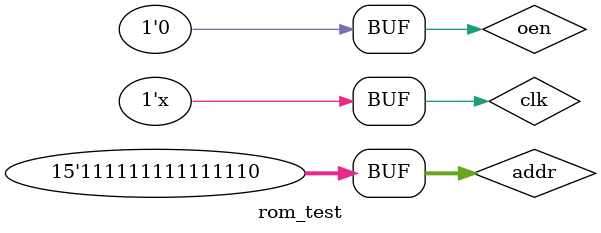
<source format=v>
`timescale 1ns / 1ps


module rom_test;

	// Inputs
	reg clk;
	reg [14:0] addr;
	reg oen;

	// Outputs
	wire [7:0] data;

	// Instantiate the Unit Under Test (UUT)
	ROM_23256 uut (
		.clk(clk), 
		.addr(addr), 
		.data(data), 
		.oen(oen)
	);

	initial begin
		// Initialize Inputs
		clk = 0;
		addr = 0;
		oen = 1;

		// Wait 100 ns for global reset to finish
		#100;
        
		// Add stimulus here
		oen = 0;
		addr = 0;
		#10;
		addr = 1;
		#10;
		addr = 2;
		#10;
		oen = 1;
		#10
		addr = 15'h7FFE;
		#20;
		oen = 0;
	end
      
	always #5
		clk = ~clk;
		
endmodule


</source>
